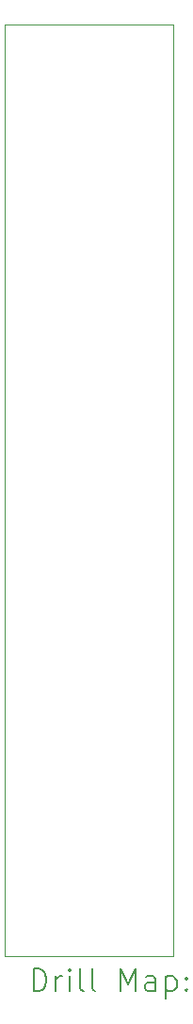
<source format=gbr>
%TF.GenerationSoftware,KiCad,Pcbnew,8.0.3*%
%TF.CreationDate,2025-03-09T15:36:07+05:30*%
%TF.ProjectId,penmouse without charger,70656e6d-6f75-4736-9520-776974686f75,rev?*%
%TF.SameCoordinates,Original*%
%TF.FileFunction,Drillmap*%
%TF.FilePolarity,Positive*%
%FSLAX45Y45*%
G04 Gerber Fmt 4.5, Leading zero omitted, Abs format (unit mm)*
G04 Created by KiCad (PCBNEW 8.0.3) date 2025-03-09 15:36:07*
%MOMM*%
%LPD*%
G01*
G04 APERTURE LIST*
%ADD10C,0.050000*%
%ADD11C,0.200000*%
G04 APERTURE END LIST*
D10*
X10397000Y-6492000D02*
X11910000Y-6492000D01*
X11910000Y-14857000D01*
X10397000Y-14857000D01*
X10397000Y-6492000D01*
D11*
X10655277Y-15170984D02*
X10655277Y-14970984D01*
X10655277Y-14970984D02*
X10702896Y-14970984D01*
X10702896Y-14970984D02*
X10731467Y-14980508D01*
X10731467Y-14980508D02*
X10750515Y-14999555D01*
X10750515Y-14999555D02*
X10760039Y-15018603D01*
X10760039Y-15018603D02*
X10769563Y-15056698D01*
X10769563Y-15056698D02*
X10769563Y-15085269D01*
X10769563Y-15085269D02*
X10760039Y-15123365D01*
X10760039Y-15123365D02*
X10750515Y-15142412D01*
X10750515Y-15142412D02*
X10731467Y-15161460D01*
X10731467Y-15161460D02*
X10702896Y-15170984D01*
X10702896Y-15170984D02*
X10655277Y-15170984D01*
X10855277Y-15170984D02*
X10855277Y-15037650D01*
X10855277Y-15075746D02*
X10864801Y-15056698D01*
X10864801Y-15056698D02*
X10874324Y-15047174D01*
X10874324Y-15047174D02*
X10893372Y-15037650D01*
X10893372Y-15037650D02*
X10912420Y-15037650D01*
X10979086Y-15170984D02*
X10979086Y-15037650D01*
X10979086Y-14970984D02*
X10969563Y-14980508D01*
X10969563Y-14980508D02*
X10979086Y-14990031D01*
X10979086Y-14990031D02*
X10988610Y-14980508D01*
X10988610Y-14980508D02*
X10979086Y-14970984D01*
X10979086Y-14970984D02*
X10979086Y-14990031D01*
X11102896Y-15170984D02*
X11083848Y-15161460D01*
X11083848Y-15161460D02*
X11074324Y-15142412D01*
X11074324Y-15142412D02*
X11074324Y-14970984D01*
X11207658Y-15170984D02*
X11188610Y-15161460D01*
X11188610Y-15161460D02*
X11179086Y-15142412D01*
X11179086Y-15142412D02*
X11179086Y-14970984D01*
X11436229Y-15170984D02*
X11436229Y-14970984D01*
X11436229Y-14970984D02*
X11502896Y-15113841D01*
X11502896Y-15113841D02*
X11569562Y-14970984D01*
X11569562Y-14970984D02*
X11569562Y-15170984D01*
X11750515Y-15170984D02*
X11750515Y-15066222D01*
X11750515Y-15066222D02*
X11740991Y-15047174D01*
X11740991Y-15047174D02*
X11721943Y-15037650D01*
X11721943Y-15037650D02*
X11683848Y-15037650D01*
X11683848Y-15037650D02*
X11664801Y-15047174D01*
X11750515Y-15161460D02*
X11731467Y-15170984D01*
X11731467Y-15170984D02*
X11683848Y-15170984D01*
X11683848Y-15170984D02*
X11664801Y-15161460D01*
X11664801Y-15161460D02*
X11655277Y-15142412D01*
X11655277Y-15142412D02*
X11655277Y-15123365D01*
X11655277Y-15123365D02*
X11664801Y-15104317D01*
X11664801Y-15104317D02*
X11683848Y-15094793D01*
X11683848Y-15094793D02*
X11731467Y-15094793D01*
X11731467Y-15094793D02*
X11750515Y-15085269D01*
X11845753Y-15037650D02*
X11845753Y-15237650D01*
X11845753Y-15047174D02*
X11864801Y-15037650D01*
X11864801Y-15037650D02*
X11902896Y-15037650D01*
X11902896Y-15037650D02*
X11921943Y-15047174D01*
X11921943Y-15047174D02*
X11931467Y-15056698D01*
X11931467Y-15056698D02*
X11940991Y-15075746D01*
X11940991Y-15075746D02*
X11940991Y-15132888D01*
X11940991Y-15132888D02*
X11931467Y-15151936D01*
X11931467Y-15151936D02*
X11921943Y-15161460D01*
X11921943Y-15161460D02*
X11902896Y-15170984D01*
X11902896Y-15170984D02*
X11864801Y-15170984D01*
X11864801Y-15170984D02*
X11845753Y-15161460D01*
X12026705Y-15151936D02*
X12036229Y-15161460D01*
X12036229Y-15161460D02*
X12026705Y-15170984D01*
X12026705Y-15170984D02*
X12017182Y-15161460D01*
X12017182Y-15161460D02*
X12026705Y-15151936D01*
X12026705Y-15151936D02*
X12026705Y-15170984D01*
X12026705Y-15047174D02*
X12036229Y-15056698D01*
X12036229Y-15056698D02*
X12026705Y-15066222D01*
X12026705Y-15066222D02*
X12017182Y-15056698D01*
X12017182Y-15056698D02*
X12026705Y-15047174D01*
X12026705Y-15047174D02*
X12026705Y-15066222D01*
M02*

</source>
